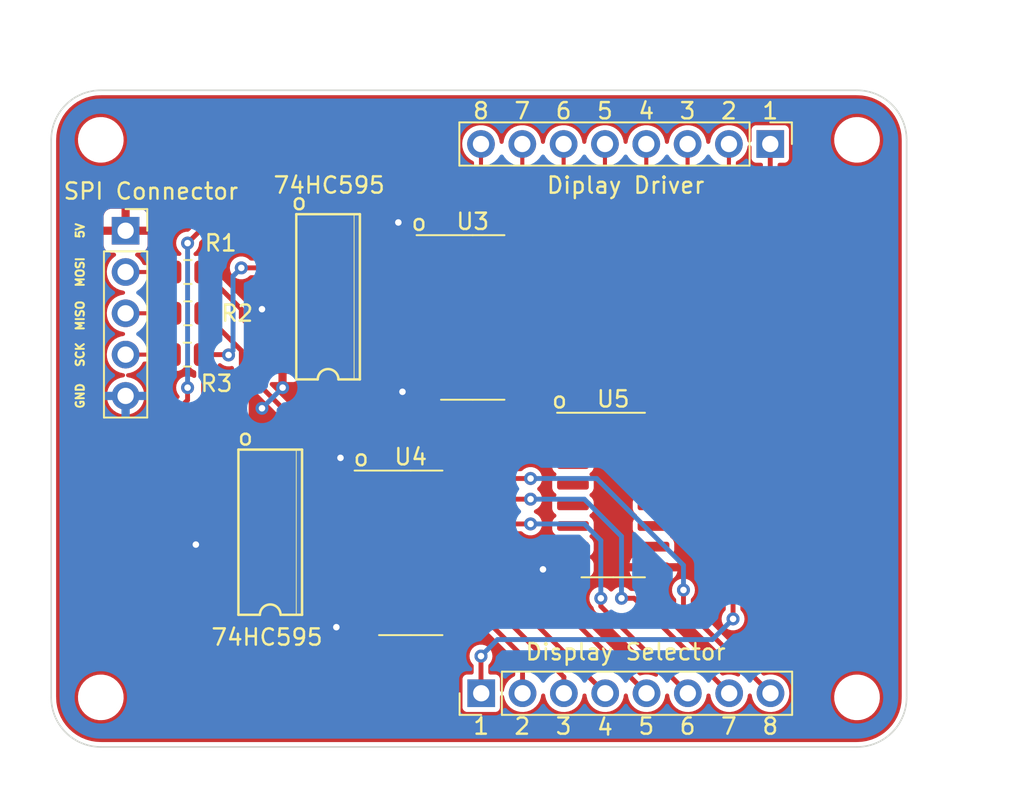
<source format=kicad_pcb>
(kicad_pcb (version 20211014) (generator pcbnew)
  (layers (0 "F.Cu" signal) (31 "B.Cu" power) (34 "B.Paste" user) (35 "F.Paste" user) (36 "B.SilkS" user "B.Silkscreen") (37 "F.SilkS" user "F.Silkscreen") (38 "B.Mask" user) (39 "F.Mask" user) (44 "Edge.Cuts" user))
  (net 0 "")
  (net 1 "VCC")
  (net 2 "Net-(R1-Pad1)")
  (net 3 "Net-(R2-Pad1)")
  (net 4 "Net-(R3-Pad1)")
  (net 5 "GND")
  (net 6 "Net-(U3-Pad16)")
  (net 7 "Net-(U3-Pad15)")
  (net 8 "Net-(U3-Pad14)")
  (net 9 "Net-(U3-Pad13)")
  (net 10 "Net-(U3-Pad12)")
  (net 11 "Net-(U3-Pad11)")
  (net 12 "Net-(U3-Pad10)")
  (net 13 "Net-(U5-Pad16)")
  (net 14 "Net-(U5-Pad15)")
  (net 15 "Net-(U4-Pad16)")
  (net 16 "Net-(U4-Pad15)")
  (net 17 "Net-(U4-Pad14)")
  (net 18 "Net-(U4-Pad13)")
  (net 19 "Net-(U4-Pad12)")
  (net 20 "Net-(U4-Pad11)")
  (net 21 "Net-(U4-Pad10)")
  (net 22 "/SPI1_MOSI")
  (net 23 "/SPI1_MISO")
  (net 24 "/SPI1_SCK")
  (net 25 "Net-(U1-Pad9)")
  (net 38 "/QB1")
  (net 39 "/QC1")
  (net 40 "/QD1")
  (net 41 "/QE1")
  (net 42 "/QF1")
  (net 43 "/QG1")
  (net 44 "/QH1")
  (net 45 "/QA1")
  (net 46 "/QB2")
  (net 47 "/QC2")
  (net 48 "/QD2")
  (net 49 "/QE2")
  (net 50 "/QF2")
  (net 51 "/QG2")
  (net 52 "/QH2")
  (net 53 "/QA2")
  (footprint "MountingHole:MountingHole_2.2mm_M2" (layer "F.Cu") (at 93.472 68.58)
    (fp_text reference "H2")
    (fp_text value "MountingHole")
    (pad "" np_thru_hole circle (at 0 0) (size 2.2 2.2) (drill 2.2) (layers *.Cu *.Mask))
  )
  (footprint "MountingHole:MountingHole_2.2mm_M2" (layer "F.Cu") (at 139.954 102.87)
    (fp_text reference "H4")
    (fp_text value "MountingHole")
    (pad "" np_thru_hole circle (at 0 0) (size 2.2 2.2) (drill 2.2) (layers *.Cu *.Mask))
  )
  (footprint "Package_SO:SOIC-16_3.9x9.9mm_P1.27mm" (layer "F.Cu") (at 116.332 79.502)
    (fp_text reference "U3" (at 0 -5.9) (layer "F.SilkS"))
    (fp_text value "MC1413D")
    (fp_line (start 0 -5.06) (end -3.45 -5.06) (layer "F.SilkS") (width 0.12))
    (fp_line (start 0 5.06) (end -1.95 5.06) (layer "F.SilkS") (width 0.12))
    (fp_line (start 0 -5.06) (end 1.95 -5.06) (layer "F.SilkS") (width 0.12))
    (fp_line (start 0 5.06) (end 1.95 5.06) (layer "F.SilkS") (width 0.12))
    (pad "1" smd roundrect (at -2.475 -4.445) (size 1.95 0.6) (layers "F.Cu" "F.Paste" "F.Mask") (net 44 "/QH1"))
    (pad "2" smd roundrect (at -2.475 -3.175) (size 1.95 0.6) (layers "F.Cu" "F.Paste" "F.Mask") (net 43 "/QG1"))
    (pad "3" smd roundrect (at -2.475 -1.905) (size 1.95 0.6) (layers "F.Cu" "F.Paste" "F.Mask") (net 42 "/QF1"))
    (pad "4" smd roundrect (at -2.475 -0.635) (size 1.95 0.6) (layers "F.Cu" "F.Paste" "F.Mask") (net 41 "/QE1"))
    (pad "5" smd roundrect (at -2.475 0.635) (size 1.95 0.6) (layers "F.Cu" "F.Paste" "F.Mask") (net 40 "/QD1"))
    (pad "6" smd roundrect (at -2.475 1.905) (size 1.95 0.6) (layers "F.Cu" "F.Paste" "F.Mask") (net 39 "/QC1"))
    (pad "7" smd roundrect (at -2.475 3.175) (size 1.95 0.6) (layers "F.Cu" "F.Paste" "F.Mask") (net 38 "/QB1"))
    (pad "8" smd roundrect (at -2.475 4.445) (size 1.95 0.6) (layers "F.Cu" "F.Paste" "F.Mask") (net 5 "GND"))
    (pad "9" smd roundrect (at 2.475 4.445) (size 1.95 0.6) (layers "F.Cu" "F.Paste" "F.Mask") (net 1 "VCC"))
    (pad "10" smd roundrect (at 2.475 3.175) (size 1.95 0.6) (layers "F.Cu" "F.Paste" "F.Mask") (net 12 "Net-(U3-Pad10)"))
    (pad "11" smd roundrect (at 2.475 1.905) (size 1.95 0.6) (layers "F.Cu" "F.Paste" "F.Mask") (net 11 "Net-(U3-Pad11)"))
    (pad "12" smd roundrect (at 2.475 0.635) (size 1.95 0.6) (layers "F.Cu" "F.Paste" "F.Mask") (net 10 "Net-(U3-Pad12)"))
    (pad "13" smd roundrect (at 2.475 -0.635) (size 1.95 0.6) (layers "F.Cu" "F.Paste" "F.Mask") (net 9 "Net-(U3-Pad13)"))
    (pad "14" smd roundrect (at 2.475 -1.905) (size 1.95 0.6) (layers "F.Cu" "F.Paste" "F.Mask") (net 8 "Net-(U3-Pad14)"))
    (pad "15" smd roundrect (at 2.475 -3.175) (size 1.95 0.6) (layers "F.Cu" "F.Paste" "F.Mask") (net 7 "Net-(U3-Pad15)"))
    (pad "16" smd roundrect (at 2.475 -4.445) (size 1.95 0.6) (layers "F.Cu" "F.Paste" "F.Mask") (net 6 "Net-(U3-Pad16)"))
  )
  (footprint "MountingHole:MountingHole_2.2mm_M2" (layer "F.Cu") (at 139.954 68.58)
    (fp_text reference "H3")
    (fp_text value "MountingHole")
    (pad "" np_thru_hole circle (at 0 0) (size 2.2 2.2) (drill 2.2) (layers *.Cu *.Mask))
  )
  (footprint "Connector_PinSocket_2.54mm:PinSocket_1x05_P2.54mm_Vertical" (layer "F.Cu") (at 94.996 74.168)
    (fp_text reference "SPI Connector" (at 1.554 -2.428 180) (layer "F.SilkS"))
    (fp_text value "Conn_01x05_Female")
    (fp_line (start 1.33 1.27) (end 1.33 11.49) (layer "F.SilkS") (width 0.12))
    (fp_line (start 0 -1.33) (end 1.33 -1.33) (layer "F.SilkS") (width 0.12))
    (fp_line (start -1.33 1.27) (end 1.33 1.27) (layer "F.SilkS") (width 0.12))
    (fp_line (start 1.33 -1.33) (end 1.33 0) (layer "F.SilkS") (width 0.12))
    (fp_line (start -1.33 11.49) (end 1.33 11.49) (layer "F.SilkS") (width 0.12))
    (fp_line (start -1.33 1.27) (end -1.33 11.49) (layer "F.SilkS") (width 0.12))
    (pad "1" thru_hole rect (at 0 0) (size 1.7 1.7) (drill 1) (layers *.Cu *.Mask) (net 1 "VCC"))
    (pad "2" thru_hole oval (at 0 2.54) (size 1.7 1.7) (drill 1) (layers *.Cu *.Mask) (net 2 "Net-(R1-Pad1)"))
    (pad "3" thru_hole oval (at 0 5.08) (size 1.7 1.7) (drill 1) (layers *.Cu *.Mask) (net 3 "Net-(R2-Pad1)"))
    (pad "4" thru_hole oval (at 0 7.62) (size 1.7 1.7) (drill 1) (layers *.Cu *.Mask) (net 4 "Net-(R3-Pad1)"))
    (pad "5" thru_hole oval (at 0 10.16) (size 1.7 1.7) (drill 1) (layers *.Cu *.Mask) (net 5 "GND"))
  )
  (footprint "74HC595:SO16" (layer "F.Cu") (at 107.442 78.232 90)
    (fp_text reference "74HC595" (at 6.862 0.068 180) (layer "F.SilkS") (effects (font (size 1.001969 1.001969))))
    (fp_text value "74HC595")
    (fp_line (start -5.08 1.6002) (end 5.08 1.6002) (layer "F.SilkS") (width 0.0508))
    (fp_line (start 5.08 -1.9558) (end -5.08 -1.9558) (layer "F.SilkS") (width 0.1524))
    (fp_line (start -5.08 1.9558) (end -5.08 0.635) (layer "F.SilkS") (width 0.1524))
    (fp_line (start -5.08 1.9558) (end 5.08 1.9558) (layer "F.SilkS") (width 0.1524))
    (fp_line (start 5.08 1.9558) (end 5.08 -1.9558) (layer "F.SilkS") (width 0.1524))
    (fp_line (start -5.08 -0.635) (end -5.08 -1.9558) (layer "F.SilkS") (width 0.1524))
    (fp_arc (start -5.08 -0.635) (mid -4.445 0) (end -5.08 0.635) (layer "F.SilkS") (width 0.1524))
    (pad "1" smd rect locked (at -4.445 2.8 90) (size 0.6 1.2) (layers "F.Cu" "F.Paste" "F.Mask") (net 38 "/QB1"))
    (pad "2" smd rect locked (at -3.175 2.8 90) (size 0.6 1.2) (layers "F.Cu" "F.Paste" "F.Mask") (net 39 "/QC1"))
    (pad "3" smd rect locked (at -1.905 2.8 90) (size 0.6 1.2) (layers "F.Cu" "F.Paste" "F.Mask") (net 40 "/QD1"))
    (pad "4" smd rect locked (at -0.635 2.8 90) (size 0.6 1.2) (layers "F.Cu" "F.Paste" "F.Mask") (net 41 "/QE1"))
    (pad "5" smd rect locked (at 0.635 2.8 90) (size 0.6 1.2) (layers "F.Cu" "F.Paste" "F.Mask") (net 42 "/QF1"))
    (pad "6" smd rect locked (at 1.905 2.8 90) (size 0.6 1.2) (layers "F.Cu" "F.Paste" "F.Mask") (net 43 "/QG1"))
    (pad "7" smd rect locked (at 3.175 2.8 90) (size 0.6 1.2) (layers "F.Cu" "F.Paste" "F.Mask") (net 44 "/QH1"))
    (pad "8" smd rect locked (at 4.445 2.8 90) (size 0.6 1.2) (layers "F.Cu" "F.Paste" "F.Mask") (net 5 "GND"))
    (pad "9" smd rect locked (at 4.445 -2.8 90) (size 0.6 1.2) (layers "F.Cu" "F.Paste" "F.Mask") (net 25 "Net-(U1-Pad9)"))
    (pad "10" smd rect locked (at 3.175 -2.8 90) (size 0.6 1.2) (layers "F.Cu" "F.Paste" "F.Mask") (net 1 "VCC"))
    (pad "11" smd rect locked (at 1.905 -2.8 90) (size 0.6 1.2) (layers "F.Cu" "F.Paste" "F.Mask") (net 24 "/SPI1_SCK"))
    (pad "12" smd rect locked (at 0.635 -2.8 90) (size 0.6 1.2) (layers "F.Cu" "F.Paste" "F.Mask"))
    (pad "13" smd rect locked (at -0.635 -2.8 90) (size 0.6 1.2) (layers "F.Cu" "F.Paste" "F.Mask") (net 5 "GND"))
    (pad "14" smd rect locked (at -1.905 -2.8 90) (size 0.6 1.2) (layers "F.Cu" "F.Paste" "F.Mask") (net 22 "/SPI1_MOSI"))
    (pad "15" smd rect locked (at -3.175 -2.8 90) (size 0.6 1.2) (layers "F.Cu" "F.Paste" "F.Mask") (net 45 "/QA1"))
    (pad "16" smd rect locked (at -4.445 -2.8 90) (size 0.6 1.2) (layers "F.Cu" "F.Paste" "F.Mask") (net 1 "VCC"))
  )
  (footprint "Package_SO:SOIC-16_3.9x9.9mm_P1.27mm" (layer "F.Cu") (at 112.522 93.98)
    (fp_text reference "U4" (at 0 -5.9) (layer "F.SilkS"))
    (fp_text value "MC1413D")
    (fp_line (start 0 -5.06) (end -3.45 -5.06) (layer "F.SilkS") (width 0.12))
    (fp_line (start 0 5.06) (end -1.95 5.06) (layer "F.SilkS") (width 0.12))
    (fp_line (start 0 -5.06) (end 1.95 -5.06) (layer "F.SilkS") (width 0.12))
    (fp_line (start 0 5.06) (end 1.95 5.06) (layer "F.SilkS") (width 0.12))
    (pad "1" smd roundrect (at -2.475 -4.445) (size 1.95 0.6) (layers "F.Cu" "F.Paste" "F.Mask") (net 52 "/QH2"))
    (pad "2" smd roundrect (at -2.475 -3.175) (size 1.95 0.6) (layers "F.Cu" "F.Paste" "F.Mask") (net 51 "/QG2"))
    (pad "3" smd roundrect (at -2.475 -1.905) (size 1.95 0.6) (layers "F.Cu" "F.Paste" "F.Mask") (net 50 "/QF2"))
    (pad "4" smd roundrect (at -2.475 -0.635) (size 1.95 0.6) (layers "F.Cu" "F.Paste" "F.Mask") (net 49 "/QE2"))
    (pad "5" smd roundrect (at -2.475 0.635) (size 1.95 0.6) (layers "F.Cu" "F.Paste" "F.Mask") (net 48 "/QD2"))
    (pad "6" smd roundrect (at -2.475 1.905) (size 1.95 0.6) (layers "F.Cu" "F.Paste" "F.Mask") (net 47 "/QC2"))
    (pad "7" smd roundrect (at -2.475 3.175) (size 1.95 0.6) (layers "F.Cu" "F.Paste" "F.Mask") (net 46 "/QB2"))
    (pad "8" smd roundrect (at -2.475 4.445) (size 1.95 0.6) (layers "F.Cu" "F.Paste" "F.Mask") (net 5 "GND"))
    (pad "9" smd roundrect (at 2.475 4.445) (size 1.95 0.6) (layers "F.Cu" "F.Paste" "F.Mask") (net 1 "VCC"))
    (pad "10" smd roundrect (at 2.475 3.175) (size 1.95 0.6) (layers "F.Cu" "F.Paste" "F.Mask") (net 21 "Net-(U4-Pad10)"))
    (pad "11" smd roundrect (at 2.475 1.905) (size 1.95 0.6) (layers "F.Cu" "F.Paste" "F.Mask") (net 20 "Net-(U4-Pad11)"))
    (pad "12" smd roundrect (at 2.475 0.635) (size 1.95 0.6) (layers "F.Cu" "F.Paste" "F.Mask") (net 19 "Net-(U4-Pad12)"))
    (pad "13" smd roundrect (at 2.475 -0.635) (size 1.95 0.6) (layers "F.Cu" "F.Paste" "F.Mask") (net 18 "Net-(U4-Pad13)"))
    (pad "14" smd roundrect (at 2.475 -1.905) (size 1.95 0.6) (layers "F.Cu" "F.Paste" "F.Mask") (net 17 "Net-(U4-Pad14)"))
    (pad "15" smd roundrect (at 2.475 -3.175) (size 1.95 0.6) (layers "F.Cu" "F.Paste" "F.Mask") (net 16 "Net-(U4-Pad15)"))
    (pad "16" smd roundrect (at 2.475 -4.445) (size 1.95 0.6) (layers "F.Cu" "F.Paste" "F.Mask") (net 15 "Net-(U4-Pad16)"))
  )
  (footprint "Connector_PinHeader_2.54mm:PinHeader_1x08_P2.54mm_Vertical" (layer "F.Cu") (at 116.855 102.616 90)
    (fp_text reference "Display Selector" (at 2.54 8.875 180) (layer "F.SilkS"))
    (fp_text value "Conn_01x08_Male")
    (fp_line (start -1.33 0) (end -1.33 -1.33) (layer "F.SilkS") (width 0.12))
    (fp_line (start -1.33 19.11) (end 1.33 19.11) (layer "F.SilkS") (width 0.12))
    (fp_line (start 1.33 1.27) (end 1.33 19.11) (layer "F.SilkS") (width 0.12))
    (fp_line (start -1.33 -1.33) (end 0 -1.33) (layer "F.SilkS") (width 0.12))
    (fp_line (start -1.33 1.27) (end -1.33 19.11) (layer "F.SilkS") (width 0.12))
    (fp_line (start -1.33 1.27) (end 1.33 1.27) (layer "F.SilkS") (width 0.12))
    (pad "1" thru_hole rect (at 0 0 90) (size 1.7 1.7) (drill 1) (layers *.Cu *.Mask) (net 14 "Net-(U5-Pad15)"))
    (pad "2" thru_hole oval (at 0 2.54 90) (size 1.7 1.7) (drill 1) (layers *.Cu *.Mask) (net 21 "Net-(U4-Pad10)"))
    (pad "3" thru_hole oval (at 0 5.08 90) (size 1.7 1.7) (drill 1) (layers *.Cu *.Mask) (net 20 "Net-(U4-Pad11)"))
    (pad "4" thru_hole oval (at 0 7.62 90) (size 1.7 1.7) (drill 1) (layers *.Cu *.Mask) (net 19 "Net-(U4-Pad12)"))
    (pad "5" thru_hole oval (at 0 10.16 90) (size 1.7 1.7) (drill 1) (layers *.Cu *.Mask) (net 18 "Net-(U4-Pad13)"))
    (pad "6" thru_hole oval (at 0 12.7 90) (size 1.7 1.7) (drill 1) (layers *.Cu *.Mask) (net 17 "Net-(U4-Pad14)"))
    (pad "7" thru_hole oval (at 0 15.24 90) (size 1.7 1.7) (drill 1) (layers *.Cu *.Mask) (net 16 "Net-(U4-Pad15)"))
    (pad "8" thru_hole oval (at 0 17.78 90) (size 1.7 1.7) (drill 1) (layers *.Cu *.Mask) (net 15 "Net-(U4-Pad16)"))
  )
  (footprint "Resistor_SMD:R_0805_2012Metric_Pad1.20x1.40mm_HandSolder" (layer "F.Cu") (at 98.79 81.788)
    (fp_text reference "R3" (at 1.794 1.778) (layer "F.SilkS"))
    (fp_text value "10")
    (fp_line (start -0.227064 -0.735) (end 0.227064 -0.735) (layer "F.SilkS") (width 0.12))
    (fp_line (start -0.227064 0.735) (end 0.227064 0.735) (layer "F.SilkS") (width 0.12))
    (pad "1" smd roundrect (at -1 0) (size 1.2 1.4) (layers "F.Cu" "F.Paste" "F.Mask") (roundrect_rratio 0.208333) (net 4 "Net-(R3-Pad1)"))
    (pad "2" smd roundrect (at 1 0) (size 1.2 1.4) (layers "F.Cu" "F.Paste" "F.Mask") (roundrect_rratio 0.208333) (net 24 "/SPI1_SCK"))
  )
  (footprint "Package_SO:SOIC-16_3.9x9.9mm_P1.27mm" (layer "F.Cu") (at 124.968 90.424)
    (fp_text reference "U5" (at 0 -5.9) (layer "F.SilkS"))
    (fp_text value "MC1413D")
    (fp_line (start 0 5.06) (end 1.95 5.06) (layer "F.SilkS") (width 0.12))
    (fp_line (start 0 5.06) (end -1.95 5.06) (layer "F.SilkS") (width 0.12))
    (fp_line (start 0 -5.06) (end 1.95 -5.06) (layer "F.SilkS") (width 0.12))
    (fp_line (start 0 -5.06) (end -3.45 -5.06) (layer "F.SilkS") (width 0.12))
    (pad "1" smd roundrect (at -2.475 -4.445) (size 1.95 0.6) (layers "F.Cu" "F.Paste" "F.Mask") (net 45 "/QA1"))
    (pad "2" smd roundrect (at -2.475 -3.175) (size 1.95 0.6) (layers "F.Cu" "F.Paste" "F.Mask") (net 53 "/QA2"))
    (pad "3" smd roundrect (at -2.475 -1.905) (size 1.95 0.6) (layers "F.Cu" "F.Paste" "F.Mask"))
    (pad "4" smd roundrect (at -2.475 -0.635) (size 1.95 0.6) (layers "F.Cu" "F.Paste" "F.Mask"))
    (pad "5" smd roundrect (at -2.475 0.635) (size 1.95 0.6) (layers "F.Cu" "F.Paste" "F.Mask"))
    (pad "6" smd roundrect (at -2.475 1.905) (size 1.95 0.6) (layers "F.Cu" "F.Paste" "F.Mask"))
    (pad "7" smd roundrect (at -2.475 3.175) (size 1.95 0.6) (layers "F.Cu" "F.Paste" "F.Mask"))
    (pad "8" smd roundrect (at -2.475 4.445) (size 1.95 0.6) (layers "F.Cu" "F.Paste" "F.Mask") (net 5 "GND"))
    (pad "9" smd roundrect (at 2.475 4.445) (size 1.95 0.6) (layers "F.Cu" "F.Paste" "F.Mask") (net 1 "VCC"))
    (pad "10" smd roundrect (at 2.475 3.175) (size 1.95 0.6) (layers "F.Cu" "F.Paste" "F.Mask"))
    (pad "11" smd roundrect (at 2.475 1.905) (size 1.95 0.6) (layers "F.Cu" "F.Paste" "F.Mask"))
    (pad "12" smd roundrect (at 2.475 0.635) (size 1.95 0.6) (layers "F.Cu" "F.Paste" "F.Mask"))
    (pad "13" smd roundrect (at 2.475 -0.635) (size 1.95 0.6) (layers "F.Cu" "F.Paste" "F.Mask"))
    (pad "14" smd roundrect (at 2.475 -1.905) (size 1.95 0.6) (layers "F.Cu" "F.Paste" "F.Mask"))
    (pad "15" smd roundrect (at 2.475 -3.175) (size 1.95 0.6) (layers "F.Cu" "F.Paste" "F.Mask") (net 14 "Net-(U5-Pad15)"))
    (pad "16" smd roundrect (at 2.475 -4.445) (size 1.95 0.6) (layers "F.Cu" "F.Paste" "F.Mask") (net 13 "Net-(U5-Pad16)"))
  )
  (footprint "MountingHole:MountingHole_2.2mm_M2" (layer "F.Cu") (at 93.472 102.87)
    (fp_text reference "H1")
    (fp_text value "MountingHole")
    (pad "" np_thru_hole circle (at 0 0) (size 2.2 2.2) (drill 2.2) (layers *.Cu *.Mask))
  )
  (footprint "Resistor_SMD:R_0805_2012Metric_Pad1.20x1.40mm_HandSolder" (layer "F.Cu") (at 98.822 79.248)
    (fp_text reference "R2" (at 3.032 0) (layer "F.SilkS"))
    (fp_text value "10")
    (fp_line (start -0.227064 0.735) (end 0.227064 0.735) (layer "F.SilkS") (width 0.12))
    (fp_line (start -0.227064 -0.735) (end 0.227064 -0.735) (layer "F.SilkS") (width 0.12))
    (pad "1" smd roundrect (at -1 0) (size 1.2 1.4) (layers "F.Cu" "F.Paste" "F.Mask") (roundrect_rratio 0.208333) (net 3 "Net-(R2-Pad1)"))
    (pad "2" smd roundrect (at 1 0) (size 1.2 1.4) (layers "F.Cu" "F.Paste" "F.Mask") (roundrect_rratio 0.208333) (net 23 "/SPI1_MISO"))
  )
  (footprint "Resistor_SMD:R_0805_2012Metric_Pad1.20x1.40mm_HandSolder" (layer "F.Cu") (at 98.822 76.708)
    (fp_text reference "R1" (at 2.016 -1.778) (layer "F.SilkS"))
    (fp_text value "10")
    (fp_line (start -0.227064 -0.735) (end 0.227064 -0.735) (layer "F.SilkS") (width 0.12))
    (fp_line (start -0.227064 0.735) (end 0.227064 0.735) (layer "F.SilkS") (width 0.12))
    (pad "1" smd roundrect (at -1 0) (size 1.2 1.4) (layers "F.Cu" "F.Paste" "F.Mask") (roundrect_rratio 0.208333) (net 2 "Net-(R1-Pad1)"))
    (pad "2" smd roundrect (at 1 0) (size 1.2 1.4) (layers "F.Cu" "F.Paste" "F.Mask") (roundrect_rratio 0.208333) (net 22 "/SPI1_MOSI"))
  )
  (footprint "Connector_PinHeader_2.54mm:PinHeader_1x08_P2.54mm_Vertical" (layer "F.Cu") (at 134.62 68.834 -90)
    (fp_text reference "J2" hide)
    (fp_text value "Conn_01x08_Male")
    (fp_text user "Diplay Driver" (at 2.54 8.89) (layer "F.SilkS"))
    (fp_line (start -1.33 0) (end -1.33 -1.33) (layer "F.SilkS") (width 0.12))
    (fp_line (start -1.33 1.27) (end -1.33 19.11) (layer "F.SilkS") (width 0.12))
    (fp_line (start -1.33 19.11) (end 1.33 19.11) (layer "F.SilkS") (width 0.12))
    (fp_line (start -1.33 -1.33) (end 0 -1.33) (layer "F.SilkS") (width 0.12))
    (fp_line (start -1.33 1.27) (end 1.33 1.27) (layer "F.SilkS") (width 0.12))
    (fp_line (start 1.33 1.27) (end 1.33 19.11) (layer "F.SilkS") (width 0.12))
    (pad "1" thru_hole rect (at 0 0 270) (size 1.7 1.7) (drill 1) (layers *.Cu *.Mask) (net 13 "Net-(U5-Pad16)"))
    (pad "2" thru_hole oval (at 0 2.54 270) (size 1.7 1.7) (drill 1) (layers *.Cu *.Mask) (net 12 "Net-(U3-Pad10)"))
    (pad "3" thru_hole oval (at 0 5.08 270) (size 1.7 1.7) (drill 1) (layers *.Cu *.Mask) (net 11 "Net-(U3-Pad11)"))
    (pad "4" thru_hole oval (at 0 7.62 270) (size 1.7 1.7) (drill 1) (layers *.Cu *.Mask) (net 10 "Net-(U3-Pad12)"))
    (pad "5" thru_hole oval (at 0 10.16 270) (size 1.7 1.7) (drill 1) (layers *.Cu *.Mask) (net 9 "Net-(U3-Pad13)"))
    (pad "6" thru_hole oval (at 0 12.7 270) (size 1.7 1.7) (drill 1) (layers *.Cu *.Mask) (net 8 "Net-(U3-Pad14)"))
    (pad "7" thru_hole oval (at 0 15.24 270) (size 1.7 1.7) (drill 1) (layers *.Cu *.Mask) (net 7 "Net-(U3-Pad15)"))
    (pad "8" thru_hole oval (at 0 17.78 270) (size 1.7 1.7) (drill 1) (layers *.Cu *.Mask) (net 6 "Net-(U3-Pad16)"))
  )
  (footprint "74HC595:SO16" (layer "F.Cu") (at 103.886 92.71 90)
    (fp_text reference "74HC595" (at -6.46 -0.196 180) (layer "F.SilkS") (effects (font (size 1.001969 1.001969))))
    (fp_text value "74HC595")
    (fp_line (start 5.08 1.9558) (end 5.08 -1.9558) (layer "F.SilkS") (width 0.1524))
    (fp_line (start -5.08 1.9558) (end 5.08 1.9558) (layer "F.SilkS") (width 0.1524))
    (fp_line (start -5.08 1.6002) (end 5.08 1.6002) (layer "F.SilkS") (width 0.0508))
    (fp_line (start 5.08 -1.9558) (end -5.08 -1.9558) (layer "F.SilkS") (width 0.1524))
    (fp_line (start -5.08 1.9558) (end -5.08 0.635) (layer "F.SilkS") (width 0.1524))
    (fp_line (start -5.08 -0.635) (end -5.08 -1.9558) (layer "F.SilkS") (width 0.1524))
    (fp_arc (start -5.08 -0.635) (mid -4.445 0) (end -5.08 0.635) (layer "F.SilkS") (width 0.1524))
    (pad "1" smd rect locked (at -4.445 2.8 90) (size 0.6 1.2) (layers "F.Cu" "F.Paste" "F.Mask") (net 46 "/QB2"))
    (pad "2" smd rect locked (at -3.175 2.8 90) (size 0.6 1.2) (layers "F.Cu" "F.Paste" "F.Mask") (net 47 "/QC2"))
    (pad "3" smd rect locked (at -1.905 2.8 90) (size 0.6 1.2) (layers "F.Cu" "F.Paste" "F.Mask") (net 48 "/QD2"))
    (pad "4" smd rect locked (at -0.635 2.8 90) (size 0.6 1.2) (layers "F.Cu" "F.Paste" "F.Mask") (net 49 "/QE2"))
    (pad "5" smd rect locked (at 0.635 2.8 90) (size 0.6 1.2) (layers "F.Cu" "F.Paste" "F.Mask") (net 50 "/QF2"))
    (pad "6" smd rect locked (at 1.905 2.8 90) (size 0.6 1.2) (layers "F.Cu" "F.Paste" "F.Mask") (net 51 "/QG2"))
    (pad "7" smd rect locked (at 3.175 2.8 90) (size 0.6 1.2) (layers "F.Cu" "F.Paste" "F.Mask") (net 52 "/QH2"))
    (pad "8" smd rect locked (at 4.445 2.8 90) (size 0.6 1.2) (layers "F.Cu" "F.Paste" "F.Mask") (net 5 "GND"))
    (pad "9" smd rect locked (at 4.445 -2.8 90) (size 0.6 1.2) (layers "F.Cu" "F.Paste" "F.Mask") (net 23 "/SPI1_MISO"))
    (pad "10" smd rect locked (at 3.175 -2.8 90) (size 0.6 1.2) (layers "F.Cu" "F.Paste" "F.Mask") (net 1 "VCC"))
    (pad "11" smd rect locked (at 1.905 -2.8 90) (size 0.6 1.2) (layers "F.Cu" "F.Paste" "F.Mask") (net 24 "/SPI1_SCK"))
    (pad "12" smd rect locked (at 0.635 -2.8 90) (size 0.6 1.2) (layers "F.Cu" "F.Paste" "F.Mask"))
    (pad "13" smd rect locked (at -0.635 -2.8 90) (size 0.6 1.2) (layers "F.Cu" "F.Paste" "F.Mask") (net 5 "GND"))
    (pad "14" smd rect locked (at -1.905 -2.8 90) (size 0.6 1.2) (layers "F.Cu" "F.Paste" "F.Mask") (net 25 "Net-(U1-Pad9)"))
    (pad "15" smd rect locked (at -3.175 -2.8 90) (size 0.6 1.2) (layers "F.Cu" "F.Paste" "F.Mask") (net 53 "/QA2"))
    (pad "16" smd rect locked (at -4.445 -2.8 90) (size 0.6 1.2) (layers "F.Cu" "F.Paste" "F.Mask") (net 1 "VCC"))
  )
  (gr_arc (start 93.472 105.918) (mid 91.316739 105.025261) (end 90.424 102.87) (layer "Edge.Cuts") (width 0.1))
  (gr_line (start 90.424 68.58) (end 90.424 102.87) (layer "Edge.Cuts") (width 0.1))
  (gr_line (start 139.954 65.532) (end 93.472 65.532) (layer "Edge.Cuts") (width 0.1))
  (gr_arc (start 139.954 65.532) (mid 142.109261 66.424739) (end 143.002 68.58) (layer "Edge.Cuts") (width 0.1))
  (gr_arc (start 90.424 68.58) (mid 91.316739 66.424739) (end 93.472 65.532) (layer "Edge.Cuts") (width 0.1))
  (gr_line (start 143.002 68.58) (end 143.002 102.87) (layer "Edge.Cuts") (width 0.1))
  (gr_line (start 93.472 105.918) (end 139.954 105.918) (layer "Edge.Cuts") (width 0.1))
  (gr_arc (start 143.002 102.87) (mid 142.109261 105.025261) (end 139.954 105.918) (layer "Edge.Cuts") (width 0.1))
  (gr_text "4" (at 127 66.802) (layer "F.SilkS") (effects (font (size 1 1))))
  (gr_text "1" (at 134.62 66.802) (layer "F.SilkS") (effects (font (size 1 1))))
  (gr_text "3" (at 129.54 66.802) (layer "F.SilkS") (effects (font (size 1 1))))
  (gr_text "7" (at 132.08 104.648) (layer "F.SilkS") (effects (font (size 1 1))))
  (gr_text "4" (at 124.46 104.7) (layer "F.SilkS") (effects (font (size 1 1))))
  (gr_text "1" (at 116.855 104.648) (layer "F.SilkS") (effects (font (size 1 1))))
  (gr_text "GND" (at 92.202 84.328 90) (layer "F.SilkS") (effects (font (size 0.5 0.5) (thickness 0.125))))
  (gr_text "o" (at 102.362 86.868) (layer "F.SilkS") (effects (font (size 1 1))))
  (gr_text "2\n" (at 132.08 66.802) (layer "F.SilkS") (effects (font (size 1 1))))
  (gr_text "8" (at 116.84 66.802) (layer "F.SilkS") (effects (font (size 1 1))))
  (gr_text "5" (at 124.46 66.802) (layer "F.SilkS") (effects (font (size 1 1))))
  (gr_text "MOSI" (at 92.202 76.708 90) (layer "F.SilkS") (effects (font (size 0.5 0.5) (thickness 0.125))))
  (gr_text "8" (at 134.62 104.648) (layer "F.SilkS") (effects (font (size 1 1))))
  (gr_text "SCK" (at 92.202 81.788 90) (layer "F.SilkS") (effects (font (size 0.5 0.5) (thickness 0.125))))
  (gr_text "o" (at 105.664 72.39) (layer "F.SilkS") (effects (font (size 1 1))))
  (gr_text "6" (at 129.54 104.648) (layer "F.SilkS") (effects (font (size 1 1))))
  (gr_text "5V" (at 92.202 74.168 90) (layer "F.SilkS") (effects (font (size 0.5 0.5) (thickness 0.125))))
  (gr_text "6" (at 121.92 66.802) (layer "F.SilkS") (effects (font (size 1 1))))
  (gr_text "5" (at 127 104.648) (layer "F.SilkS") (effects (font (size 1 1))))
  (gr_text "3" (at 121.92 104.648) (layer "F.SilkS") (effects (font (size 1 1))))
  (gr_text "2\n" (at 119.38 104.648) (layer "F.SilkS") (effects (font (size 1 1))))
  (gr_text "MISO" (at 92.202 79.39 90) (layer "F.SilkS") (effects (font (size 0.5 0.5) (thickness 0.125))))
  (gr_text "7" (at 119.38 66.802) (layer "F.SilkS") (effects (font (size 1 1))))
  (gr_text "o" (at 113.03 73.66) (layer "F.SilkS") (effects (font (size 1 1))))
  (gr_text "o" (at 121.666 84.582) (layer "F.SilkS") (effects (font (size 1 1))))
  (gr_text "o" (at 109.474 88.138) (layer "F.SilkS") (effects (font (size 1 1))))
  (segment (start 103.378 85.09) (end 103.378 85.852) (width 0.3) (layer "F.Cu") (net 1))
  (segment (start 104.642 82.677) (end 104.642 83.814) (width 0.3) (layer "F.Cu") (net 1))
  (segment (start 104.642 83.814) (end 104.648 83.82) (width 0.3) (layer "F.Cu") (net 1))
  (via (at 104.648 83.82) (size 0.8) (drill 0.4) (layers "F.Cu" "B.Cu") (net 1))
  (via (at 103.378 85.09) (size 0.8) (drill 0.4) (layers "F.Cu" "B.Cu") (net 1))
  (segment (start 104.648 83.82) (end 103.378 85.09) (width 0.3) (layer "B.Cu") (net 1))
  (segment (start 94.996 76.708) (end 97.822 76.708) (width 0.25) (layer "F.Cu") (net 2))
  (segment (start 94.996 79.248) (end 97.822 79.248) (width 0.25) (layer "F.Cu") (net 3))
  (segment (start 94.996 81.788) (end 97.79 81.788) (width 0.25) (layer "F.Cu") (net 4))
  (segment (start 110.047 98.425) (end 108.077 98.425) (width 0.5) (layer "F.Cu") (net 5))
  (segment (start 112.141 83.947) (end 112.014 84.074) (width 0.5) (layer "F.Cu") (net 5))
  (segment (start 99.441 93.345) (end 99.314 93.472) (width 0.5) (layer "F.Cu") (net 5))
  (segment (start 120.777 94.869) (end 120.65 94.996) (width 0.5) (layer "F.Cu") (net 5))
  (segment (start 122.493 94.869) (end 120.777 94.869) (width 0.5) (layer "F.Cu") (net 5))
  (segment (start 104.642 78.867) (end 103.505 78.867) (width 0.5) (layer "F.Cu") (net 5))
  (segment (start 106.686 88.265) (end 108.077 88.265) (width 0.5) (layer "F.Cu") (net 5))
  (segment (start 108.077 88.265) (end 108.204 88.138) (width 0.5) (layer "F.Cu") (net 5))
  (segment (start 108.077 98.425) (end 107.95 98.552) (width 0.5) (layer "F.Cu") (net 5))
  (segment (start 113.857 83.947) (end 112.141 83.947) (width 0.5) (layer "F.Cu") (net 5))
  (segment (start 101.086 93.345) (end 99.441 93.345) (width 0.5) (layer "F.Cu") (net 5))
  (segment (start 110.242 73.787) (end 111.633 73.787) (width 0.5) (layer "F.Cu") (net 5))
  (segment (start 103.505 78.867) (end 103.378 78.994) (width 0.5) (layer "F.Cu") (net 5))
  (segment (start 111.633 73.787) (end 111.76 73.66) (width 0.5) (layer "F.Cu") (net 5))
  (via (at 112.014 84.074) (size 0.8) (drill 0.4) (layers "F.Cu" "B.Cu") (net 5))
  (via (at 108.204 88.138) (size 0.8) (drill 0.4) (layers "F.Cu" "B.Cu") (net 5))
  (via (at 103.378 78.994) (size 0.8) (drill 0.4) (layers "F.Cu" "B.Cu") (net 5))
  (via (at 111.76 73.66) (size 0.8) (drill 0.4) (layers "F.Cu" "B.Cu") (net 5))
  (via (at 120.65 94.996) (size 0.8) (drill 0.4) (layers "F.Cu" "B.Cu") (net 5))
  (via (at 107.95 98.552) (size 0.8) (drill 0.4) (layers "F.Cu" "B.Cu") (net 5))
  (via (at 99.314 93.472) (size 0.8) (drill 0.4) (layers "F.Cu" "B.Cu") (net 5))
  (segment (start 116.84 70.866) (end 116.84 68.834) (width 0.25) (layer "F.Cu") (net 6))
  (segment (start 118.807 75.057) (end 119.634 74.23) (width 0.25) (layer "F.Cu") (net 6))
  (segment (start 119.634 74.23) (end 119.634 73.66) (width 0.25) (layer "F.Cu") (net 6))
  (segment (start 119.634 73.66) (end 116.84 70.866) (width 0.25) (layer "F.Cu") (net 6))
  (segment (start 119.38 71.374) (end 120.904 72.898) (width 0.25) (layer "F.Cu") (net 7))
  (segment (start 120.269 76.327) (end 118.807 76.327) (width 0.25) (layer "F.Cu") (net 7))
  (segment (start 120.904 72.898) (end 120.904 75.692) (width 0.25) (layer "F.Cu") (net 7))
  (segment (start 119.38 68.834) (end 119.38 71.374) (width 0.25) (layer "F.Cu") (net 7))
  (segment (start 120.904 75.692) (end 120.269 76.327) (width 0.25) (layer "F.Cu") (net 7))
  (segment (start 120.777 77.597) (end 118.807 77.597) (width 0.25) (layer "F.Cu") (net 8))
  (segment (start 121.92 76.454) (end 120.777 77.597) (width 0.25) (layer "F.Cu") (net 8))
  (segment (start 121.92 68.834) (end 121.92 76.454) (width 0.25) (layer "F.Cu") (net 8))
  (segment (start 123.317 78.867) (end 118.807 78.867) (width 0.25) (layer "F.Cu") (net 9))
  (segment (start 124.46 77.724) (end 123.317 78.867) (width 0.25) (layer "F.Cu") (net 9))
  (segment (start 124.46 68.834) (end 124.46 77.724) (width 0.25) (layer "F.Cu") (net 9))
  (segment (start 127 68.834) (end 127 78.74) (width 0.25) (layer "F.Cu") (net 10))
  (segment (start 125.603 80.137) (end 118.807 80.137) (width 0.25) (layer "F.Cu") (net 10))
  (segment (start 127 78.74) (end 125.603 80.137) (width 0.25) (layer "F.Cu") (net 10))
  (segment (start 129.54 68.834) (end 129.54 80.01) (width 0.25) (layer "F.Cu") (net 11))
  (segment (start 129.54 80.01) (end 128.143 81.407) (width 0.25) (layer "F.Cu") (net 11))
  (segment (start 128.143 81.407) (end 118.807 81.407) (width 0.25) (layer "F.Cu") (net 11))
  (segment (start 128.651 82.677) (end 132.08 79.248) (width 0.25) (layer "F.Cu") (net 12))
  (segment (start 132.08 79.248) (end 132.08 68.834) (width 0.25) (layer "F.Cu") (net 12))
  (segment (start 118.807 82.677) (end 128.651 82.677) (width 0.25) (layer "F.Cu") (net 12))
  (segment (start 132.207 85.979) (end 134.62 83.566) (width 0.3) (layer "F.Cu") (net 13))
  (segment (start 127.443 85.979) (end 132.207 85.979) (width 0.3) (layer "F.Cu") (net 13))
  (segment (start 134.62 83.566) (end 134.62 68.834) (width 0.3) (layer "F.Cu") (net 13))
  (segment (start 127.854427 87.249) (end 132.334 91.728573) (width 0.3) (layer "F.Cu") (net 14))
  (segment (start 127.443 87.249) (end 127.854427 87.249) (width 0.3) (layer "F.Cu") (net 14))
  (segment (start 132.334 91.728573) (end 132.334 98.044) (width 0.3) (layer "F.Cu") (net 14))
  (segment (start 116.84 102.601) (end 116.855 102.616) (width 0.3) (layer "F.Cu") (net 14))
  (segment (start 116.84 100.33) (end 116.84 102.601) (width 0.3) (layer "F.Cu") (net 14))
  (via (at 116.84 100.33) (size 0.8) (drill 0.4) (layers "F.Cu" "B.Cu") (net 14))
  (via (at 132.334 98.044) (size 0.8) (drill 0.4) (layers "F.Cu" "B.Cu") (net 14))
  (segment (start 132.334 98.044) (end 131.064 99.314) (width 0.3) (layer "B.Cu") (net 14))
  (segment (start 131.064 99.314) (end 119.634 99.314) (width 0.3) (layer "B.Cu") (net 14))
  (segment (start 117.856 99.314) (end 116.84 100.33) (width 0.3) (layer "B.Cu") (net 14))
  (segment (start 119.634 99.314) (end 117.856 99.314) (width 0.3) (layer "B.Cu") (net 14))
  (segment (start 119.888 89.408) (end 115.124 89.408) (width 0.3) (layer "F.Cu") (net 15))
  (segment (start 134.62 102.616) (end 129.286 97.282) (width 0.3) (layer "F.Cu") (net 15))
  (segment (start 134.635 102.616) (end 134.62 102.616) (width 0.3) (layer "F.Cu") (net 15))
  (segment (start 129.286 97.282) (end 129.286 96.266) (width 0.3) (layer "F.Cu") (net 15))
  (segment (start 115.124 89.408) (end 114.997 89.535) (width 0.3) (layer "F.Cu") (net 15))
  (via (at 119.888 89.408) (size 0.8) (drill 0.4) (layers "F.Cu" "B.Cu") (net 15))
  (via (at 129.286 96.266) (size 0.8) (drill 0.4) (layers "F.Cu" "B.Cu") (net 15))
  (segment (start 123.952 89.408) (end 119.888 89.408) (width 0.3) (layer "B.Cu") (net 15))
  (segment (start 124.206 89.662) (end 123.952 89.408) (width 0.3) (layer "B.Cu") (net 15))
  (segment (start 129.286 94.742) (end 124.206 89.662) (width 0.3) (layer "B.Cu") (net 15))
  (segment (start 129.286 96.266) (end 129.286 94.742) (width 0.3) (layer "B.Cu") (net 15))
  (segment (start 115.124 90.678) (end 114.997 90.805) (width 0.3) (layer "F.Cu") (net 16))
  (segment (start 132.095 102.616) (end 126.253 96.774) (width 0.3) (layer "F.Cu") (net 16))
  (segment (start 119.888 90.678) (end 115.124 90.678) (width 0.3) (layer "F.Cu") (net 16))
  (segment (start 126.253 96.774) (end 125.476 96.774) (width 0.3) (layer "F.Cu") (net 16))
  (via (at 125.476 96.774) (size 0.8) (drill 0.4) (layers "F.Cu" "B.Cu") (net 16))
  (via (at 119.888 90.678) (size 0.8) (drill 0.4) (layers "F.Cu" "B.Cu") (net 16))
  (segment (start 123.444 90.932) (end 123.19 90.678) (width 0.3) (layer "B.Cu") (net 16))
  (segment (start 125.476 96.774) (end 125.476 92.964) (width 0.3) (layer "B.Cu") (net 16))
  (segment (start 125.476 92.964) (end 123.444 90.932) (width 0.3) (layer "B.Cu") (net 16))
  (segment (start 123.19 90.678) (end 119.888 90.678) (width 0.3) (layer "B.Cu") (net 16))
  (segment (start 115.124 92.202) (end 114.997 92.075) (width 0.3) (layer "F.Cu") (net 17))
  (segment (start 124.206 97.267) (end 124.206 96.774) (width 0.3) (layer "F.Cu") (net 17))
  (segment (start 129.555 102.616) (end 124.206 97.267) (width 0.3) (layer "F.Cu") (net 17))
  (segment (start 119.888 92.202) (end 115.124 92.202) (width 0.3) (layer "F.Cu") (net 17))
  (via (at 124.206 96.774) (size 0.8) (drill 0.4) (layers "F.Cu" "B.Cu") (net 17))
  (via (at 119.888 92.202) (size 0.8) (drill 0.4) (layers "F.Cu" "B.Cu") (net 17))
  (segment (start 124.206 93.218) (end 123.19 92.202) (width 0.3) (layer "B.Cu") (net 17))
  (segment (start 124.206 96.774) (end 124.206 93.218) (width 0.3) (layer "B.Cu") (net 17))
  (segment (start 123.19 92.202) (end 119.888 92.202) (width 0.3) (layer "B.Cu") (net 17))
  (segment (start 127.015 102.616) (end 121.681 97.282) (width 0.3) (layer "F.Cu") (net 18))
  (segment (start 120.65 97.282) (end 116.713 93.345) (width 0.3) (layer "F.Cu") (net 18))
  (segment (start 116.713 93.345) (end 114.997 93.345) (width 0.3) (layer "F.Cu") (net 18))
  (segment (start 121.681 97.282) (end 120.65 97.282) (width 0.3) (layer "F.Cu") (net 18))
  (segment (start 115.124 94.742) (end 114.997 94.615) (width 0.3) (layer "F.Cu") (net 19))
  (segment (start 116.601 94.742) (end 115.124 94.742) (width 0.3) (layer "F.Cu") (net 19))
  (segment (start 124.475 102.616) (end 116.601 94.742) (width 0.3) (layer "F.Cu") (net 19))
  (segment (start 121.935 101.615) (end 116.205 95.885) (width 0.3) (layer "F.Cu") (net 20))
  (segment (start 121.935 102.616) (end 121.935 101.615) (width 0.3) (layer "F.Cu") (net 20))
  (segment (start 116.205 95.885) (end 114.997 95.885) (width 0.3) (layer "F.Cu") (net 20))
  (segment (start 116.205 97.155) (end 114.997 97.155) (width 0.3) (layer "F.Cu") (net 21))
  (segment (start 119.395 100.345) (end 116.205 97.155) (width 0.3) (layer "F.Cu") (net 21))
  (segment (start 119.395 102.616) (end 119.395 100.345) (width 0.3) (layer "F.Cu") (net 21))
  (segment (start 102.743 80.137) (end 104.642 80.137) (width 0.3) (layer "F.Cu") (net 22))
  (segment (start 102.108 79.502) (end 102.743 80.137) (width 0.3) (layer "F.Cu") (net 22))
  (segment (start 99.822 76.708) (end 102.108 78.994) (width 0.3) (layer "F.Cu") (net 22))
  (segment (start 102.108 78.994) (end 102.108 79.502) (width 0.3) (layer "F.Cu") (net 22))
  (segment (start 102.108 85.598) (end 101.086 86.62) (width 0.3) (layer "F.Cu") (net 23))
  (segment (start 102.108 81.534) (end 102.108 85.598) (width 0.3) (layer "F.Cu") (net 23))
  (segment (start 99.822 79.248) (end 102.108 81.534) (width 0.3) (layer "F.Cu") (net 23))
  (segment (start 101.086 86.62) (end 101.086 88.265) (width 0.3) (layer "F.Cu") (net 23))
  (segment (start 99.79 81.788) (end 99.79 85.63) (width 0.3) (layer "F.Cu") (net 24))
  (segment (start 99.79 81.788) (end 101.302046 81.788) (width 0.3) (layer "F.Cu") (net 24))
  (segment (start 104.515 76.454) (end 104.642 76.327) (width 0.3) (layer "F.Cu") (net 24))
  (segment (start 98.552 89.662) (end 99.695 90.805) (width 0.3) (layer "F.Cu") (net 24))
  (segment (start 102.108 76.454) (end 104.515 76.454) (width 0.3) (layer "F.Cu") (net 24))
  (segment (start 101.302046 81.788) (end 101.324023 81.809977) (width 0.3) (layer "F.Cu") (net 24))
  (segment (start 98.552 86.868) (end 98.552 89.662) (width 0.3) (layer "F.Cu") (net 24))
  (segment (start 99.695 90.805) (end 101.086 90.805) (width 0.3) (layer "F.Cu") (net 24))
  (segment (start 99.79 85.63) (end 98.552 86.868) (width 0.3) (layer "F.Cu") (net 24))
  (via (at 102.108 76.454) (size 0.8) (drill 0.4) (layers "F.Cu" "B.Cu") (net 24))
  (via (at 101.324023 81.809977) (size 0.8) (drill 0.4) (layers "F.Cu" "B.Cu") (net 24))
  (segment (start 101.6 76.962) (end 102.108 76.454) (width 0.3) (layer "B.Cu") (net 24))
  (segment (start 101.6 81.534) (end 101.6 76.962) (width 0.3) (layer "B.Cu") (net 24))
  (segment (start 101.324023 81.809977) (end 101.6 81.534) (width 0.3) (layer "B.Cu") (net 24))
  (segment (start 95.758 93.98) (end 95.758 87.63) (width 0.3) (layer "F.Cu") (net 25))
  (segment (start 101.086 94.615) (end 99.39703 94.615) (width 0.3) (layer "F.Cu") (net 25))
  (segment (start 98.806 84.582) (end 98.806 83.82) (width 0.3) (layer "F.Cu") (net 25))
  (segment (start 99.949 73.787) (end 104.642 73.787) (width 0.3) (layer "F.Cu") (net 25))
  (segment (start 98.806 74.93) (end 99.949 73.787) (width 0.3) (layer "F.Cu") (net 25))
  (segment (start 98.50803 95.504) (end 97.282 95.504) (width 0.3) (layer "F.Cu") (net 25))
  (segment (start 97.282 95.504) (end 95.758 93.98) (width 0.3) (layer "F.Cu") (net 25))
  (segment (start 99.39703 94.615) (end 98.50803 95.504) (width 0.3) (layer "F.Cu") (net 25))
  (segment (start 95.758 87.63) (end 98.806 84.582) (width 0.3) (layer "F.Cu") (net 25))
  (via (at 98.806 74.93) (size 0.8) (drill 0.4) (layers "F.Cu" "B.Cu") (net 25))
  (via (at 98.806 83.82) (size 0.8) (drill 0.4) (layers "F.Cu" "B.Cu") (net 25))
  (segment (start 98.806 83.82) (end 98.806 74.93) (width 0.3) (layer "B.Cu") (net 25))
  (segment (start 110.242 82.677) (end 113.857 82.677) (width 0.25) (layer "F.Cu") (net 38))
  (segment (start 110.242 81.407) (end 113.857 81.407) (width 0.25) (layer "F.Cu") (net 39))
  (segment (start 110.242 80.137) (end 113.857 80.137) (width 0.25) (layer "F.Cu") (net 40))
  (segment (start 110.242 78.867) (end 113.857 78.867) (width 0.25) (layer "F.Cu") (net 41))
  (segment (start 110.242 77.597) (end 113.857 77.597) (width 0.25) (layer "F.Cu") (net 42))
  (segment (start 110.242 76.327) (end 113.857 76.327) (width 0.25) (layer "F.Cu") (net 43))
  (segment (start 110.242 75.057) (end 113.857 75.057) (width 0.25) (layer "F.Cu") (net 44))
  (segment (start 103.124 82.042) (end 103.759 81.407) (width 0.3) (layer "F.Cu") (net 45))
  (segment (start 105.537 85.979) (end 103.124 83.566) (width 0.3) (layer "F.Cu") (net 45))
  (segment (start 122.493 85.979) (end 105.537 85.979) (width 0.3) (layer "F.Cu") (net 45))
  (segment (start 103.759 81.407) (end 104.642 81.407) (width 0.3) (layer "F.Cu") (net 45))
  (segment (start 103.124 83.566) (end 103.124 82.042) (width 0.3) (layer "F.Cu") (net 45))
  (segment (start 106.686 97.155) (end 110.047 97.155) (width 0.3) (layer "F.Cu") (net 46))
  (segment (start 106.686 95.885) (end 110.047 95.885) (width 0.3) (layer "F.Cu") (net 47))
  (segment (start 106.686 94.615) (end 110.047 94.615) (width 0.3) (layer "F.Cu") (net 48))
  (segment (start 106.686 93.345) (end 110.047 93.345) (width 0.3) (layer "F.Cu") (net 49))
  (segment (start 106.686 92.075) (end 110.047 92.075) (width 0.3) (layer "F.Cu") (net 50))
  (segment (start 106.686 90.805) (end 110.047 90.805) (width 0.3) (layer "F.Cu") (net 51))
  (segment (start 106.686 89.535) (end 110.047 89.535) (width 0.3) (layer "F.Cu") (net 52))
  (segment (start 103.378 88.392) (end 103.378 94.996) (width 0.3) (layer "F.Cu") (net 53))
  (segment (start 103.378 94.996) (end 102.489 95.885) (width 0.3) (layer "F.Cu") (net 53))
  (segment (start 104.521 87.249) (end 103.378 88.392) (width 0.3) (layer "F.Cu") (net 53))
  (segment (start 102.489 95.885) (end 101.086 95.885) (width 0.3) (layer "F.Cu") (net 53))
  (segment (start 122.493 87.249) (end 104.521 87.249) (width 0.3) (layer "F.Cu") (net 53))
  (zone (net 1) (net_name "VCC") (layer "F.Cu") (connect_pads (clearance 0.3)) (min_thickness 0.254) (fill yes (thermal_gap 0.5) (thermal_bridge_width 0.5))
    (polygon (pts (xy 143.002 106.172) (xy 90.424 105.664) (xy 90.424 65.532) (xy 143.002 65.532)))
  )
  (zone (net 5) (net_name "GND") (layer "B.Cu") (connect_pads (clearance 0.508)) (min_thickness 0.254) (fill yes (thermal_gap 0.508) (thermal_bridge_width 0.508))
    (polygon (pts (xy 143.002 106.172) (xy 90.424 105.918) (xy 90.424 65.532) (xy 143.002 65.532)))
  )
)
</source>
